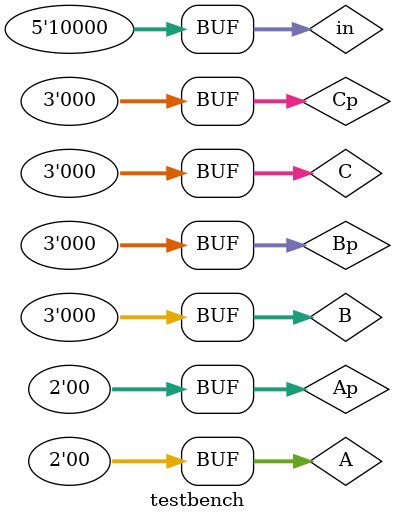
<source format=v>
module testbench;
    reg [4:0] in;

	wire [1:0] Ap = 0;
	wire [2:0] Bp = 0;
	wire [2:0] Cp = 0;
	wire [1:0] A = 0;
	wire [2:0] B = 0;
	wire [2:0] C = 0;

    initial begin
        // $dumpfile("testbench.vcd");
        // $dumpvars(0, testbench);

        #5 in = 0;
        repeat (10000) begin
            #5 in = in + 1;
        end

        $display("OKAY");
    end

    top uut (
	.x(in[0]),
	.y(in[2:1]),
	.z(in[3]),
	.A(A),
	.B(B),
	.C(C)
	);

	assign Ap =  {in[0],in[3]};
	assign Bp = {in[0],in[2:1]};
	assign Cp =  {in[0],in[2:1],in[3]};

	assert_comb A_test(.A(A[0]), .B(Ap[0]));
	assert_comb B_test(.A(B[0]), .B(Bp[0]));
	assert_comb C_test(.A(C[0]), .B(Cp[0]));

endmodule

</source>
